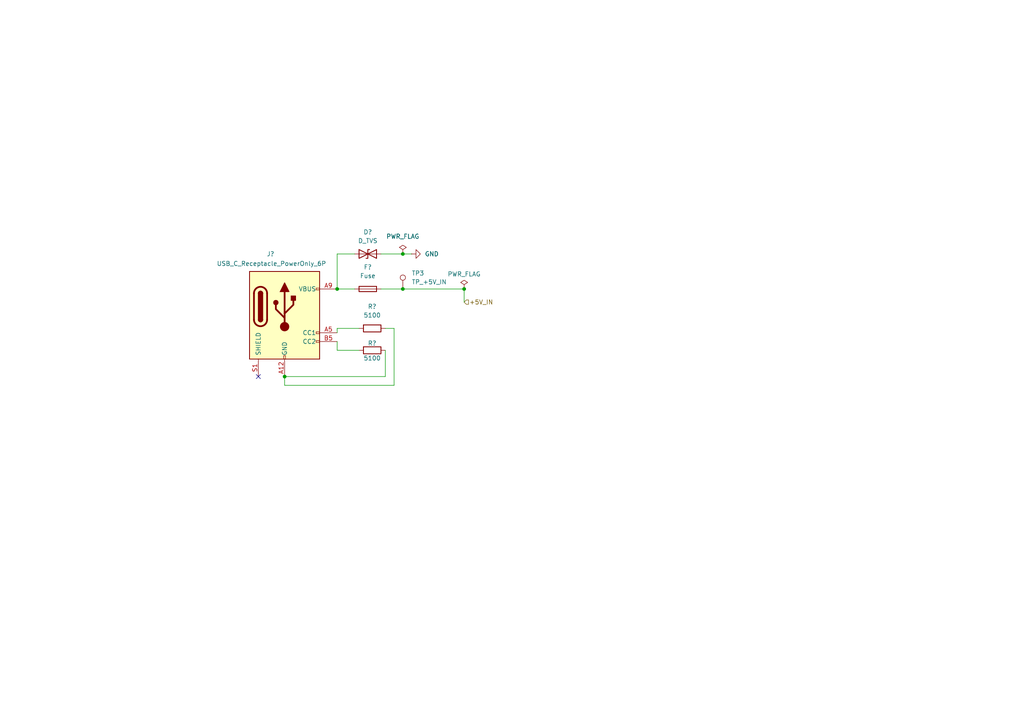
<source format=kicad_sch>
(kicad_sch (version 20250114) (generator "eeschema") (generator_version "9.0")
  (paper "A4")
  (lib_symbols
    (symbol "Connector:TestPoint" (pin_numbers (hide yes)) (pin_names (offset 0.762) (hide yes))
      (property "Reference" "TP" (at 0 6.858 0))
      (property "Value" "TestPoint" (at 0 5.08 0))
      (symbol "TestPoint_0_1"
        (circle (center 0 3.302) (radius 0.762))
      )
      (symbol "TestPoint_1_1"
        (pin passive line (at 0 0 90) (length 2.54) (name "1") (number "1"))
      )
    )
    (symbol "Connector:USB_C_Receptacle_PowerOnly_6P" (pin_names (offset 1.016))
      (property "Reference" "J" (at 0 16.51 0))
      (property "Value" "USB_C_Receptacle_PowerOnly_6P" (at 0 13.97 0))
      (symbol "USB_C_Receptacle_PowerOnly_6P_0_0"
        (rectangle (start -0.254 -12.7) (end 0.254 -11.684))
        (rectangle (start 10.16 7.874) (end 9.144 7.366))
        (rectangle (start 10.16 -4.826) (end 9.144 -5.334))
        (rectangle (start 10.16 -7.366) (end 9.144 -7.874))
      )
      (symbol "USB_C_Receptacle_PowerOnly_6P_0_1"
        (rectangle (start -10.16 12.7) (end 10.16 -12.7) (stroke (width 0.254)) (fill (type background)))
        (polyline (pts (xy -8.89 -1.27) (xy -8.89 6.35)) (stroke (width 0.508)))
        (rectangle (start -7.62 -1.27) (end -6.35 6.35) (stroke (width 0.254)) (fill (type outline)))
        (arc (start -7.62 6.35) (mid -6.985 6.9823) (end -6.35 6.35) (stroke (width 0.254)))
        (arc (start -7.62 6.35) (mid -6.985 6.9823) (end -6.35 6.35) (stroke (width 0.254)) (fill (type outline)))
        (arc (start -8.89 6.35) (mid -6.985 8.2467) (end -5.08 6.35) (stroke (width 0.508)))
        (arc (start -5.08 -1.27) (mid -6.985 -3.1667) (end -8.89 -1.27) (stroke (width 0.508)))
        (arc (start -6.35 -1.27) (mid -6.985 -1.9023) (end -7.62 -1.27) (stroke (width 0.254)))
        (arc (start -6.35 -1.27) (mid -6.985 -1.9023) (end -7.62 -1.27) (stroke (width 0.254)) (fill (type outline)))
        (polyline (pts (xy -5.08 6.35) (xy -5.08 -1.27)) (stroke (width 0.508)))
        (circle (center -2.54 3.683) (radius 0.635) (stroke (width 0.254)) (fill (type outline)))
        (polyline (pts (xy -1.27 6.858) (xy 0 9.398) (xy 1.27 6.858) (xy -1.27 6.858)) (stroke (width 0.254)) (fill (type outline)))
        (polyline (pts (xy 0 0.508) (xy 2.54 3.048) (xy 2.54 4.318)) (stroke (width 0.508)))
        (polyline (pts (xy 0 -0.762) (xy -2.54 1.778) (xy -2.54 3.048)) (stroke (width 0.508)))
        (polyline (pts (xy 0 -3.302) (xy 0 6.858)) (stroke (width 0.508)))
        (circle (center 0 -3.302) (radius 1.27) (fill (type outline)))
        (rectangle (start 1.905 4.318) (end 3.175 5.588) (stroke (width 0.254)) (fill (type outline)))
      )
      (symbol "USB_C_Receptacle_PowerOnly_6P_1_1"
        (pin passive line (at -7.62 -17.78 90) (length 5.08) (name "SHIELD") (number "S1"))
        (pin passive line (at 0 -17.78 90) (length 5.08) (name "GND") (number "A12"))
        (pin passive line (at 0 -17.78 90) (length 5.08) (hide yes) (name "GND") (number "B12"))
        (pin passive line (at 15.24 7.62 180) (length 5.08) (name "VBUS") (number "A9"))
        (pin passive line (at 15.24 7.62 180) (length 5.08) (hide yes) (name "VBUS") (number "B9"))
        (pin bidirectional line (at 15.24 -5.08 180) (length 5.08) (name "CC1") (number "A5"))
        (pin bidirectional line (at 15.24 -7.62 180) (length 5.08) (name "CC2") (number "B5"))
      )
    )
    (symbol "Device:D_TVS" (pin_numbers (hide yes)) (pin_names (offset 1.016) (hide yes))
      (property "Reference" "D" (at 0 2.54 0))
      (property "Value" "D_TVS" (at 0 -2.54 0))
      (symbol "D_TVS_0_1"
        (polyline (pts (xy -2.54 1.27) (xy -2.54 -1.27) (xy 2.54 1.27) (xy 2.54 -1.27) (xy -2.54 1.27)) (stroke (width 0.254)))
        (polyline (pts (xy 0.508 1.27) (xy 0 1.27) (xy 0 -1.27) (xy -0.508 -1.27)) (stroke (width 0.254)))
        (polyline (pts (xy 1.27 0) (xy -1.27 0)))
      )
      (symbol "D_TVS_1_1"
        (pin passive line (at -3.81 0 0) (length 2.54) (name "A1") (number "1"))
        (pin passive line (at 3.81 0 180) (length 2.54) (name "A2") (number "2"))
      )
    )
    (symbol "Device:Fuse" (pin_numbers (hide yes)) (pin_names (offset 0))
      (property "Reference" "F" (at 2.032 0 90))
      (property "Value" "Fuse" (at -1.905 0 90))
      (symbol "Fuse_0_1"
        (rectangle (start -0.762 -2.54) (end 0.762 2.54) (stroke (width 0.254)))
        (polyline (pts (xy 0 2.54) (xy 0 -2.54)))
      )
      (symbol "Fuse_1_1"
        (pin passive line (at 0 3.81 270) (length 1.27) (name "~") (number "1"))
        (pin passive line (at 0 -3.81 90) (length 1.27) (name "~") (number "2"))
      )
    )
    (symbol "Device:R" (pin_numbers (hide yes)) (pin_names (offset 0))
      (property "Reference" "R" (at 2.032 0 90))
      (property "Value" "R" (at 0 0 90))
      (symbol "R_0_1"
        (rectangle (start -1.016 -2.54) (end 1.016 2.54) (stroke (width 0.254)))
      )
      (symbol "R_1_1"
        (pin passive line (at 0 3.81 270) (length 1.27) (name "~") (number "1"))
        (pin passive line (at 0 -3.81 90) (length 1.27) (name "~") (number "2"))
      )
    )
    (symbol "power:GND" (power) (pin_numbers (hide yes)) (pin_names (offset 0) (hide yes))
      (property "Value" "GND" (at 0 -3.81 0))
      (symbol "GND_0_1"
        (polyline (pts (xy 0 0) (xy 0 -1.27) (xy 1.27 -1.27) (xy 0 -2.54) (xy -1.27 -1.27) (xy 0 -1.27)))
      )
      (symbol "GND_1_1"
        (pin power_in line (at 0 0 270) (length 0) (name "~") (number "1"))
      )
    )
    (symbol "power:PWR_FLAG" (power) (pin_numbers (hide yes)) (pin_names (offset 0) (hide yes))
      (property "Value" "PWR_FLAG" (at 0 3.81 0))
      (symbol "PWR_FLAG_0_0"
        (pin power_out line (at 0 0 90) (length 0) (name "~") (number "1"))
      )
      (symbol "PWR_FLAG_0_1"
        (polyline (pts (xy 0 0) (xy 0 1.27) (xy -1.016 1.905) (xy 0 2.54) (xy 1.016 1.905) (xy 0 1.27)))
      )
    )
  )
  (junction (at 82.55 109.22))
  (junction (at 116.84 73.66))
  (junction (at 116.84 83.82))
  (junction (at 134.62 83.82))
  (junction (at 97.79 83.82))
  (no_connect (at 74.93 109.22))
  (wire (pts (xy 97.79 96.52) (xy 97.79 95.25)))
  (wire (pts (xy 116.84 73.66) (xy 119.38 73.66)))
  (wire (pts (xy 82.55 109.22) (xy 82.55 111.76)))
  (wire (pts (xy 114.3 95.25) (xy 114.3 111.76)))
  (wire (pts (xy 116.84 83.82) (xy 134.62 83.82)))
  (wire (pts (xy 97.79 83.82) (xy 97.79 73.66)))
  (wire (pts (xy 110.49 73.66) (xy 116.84 73.66)))
  (wire (pts (xy 97.79 83.82) (xy 102.87 83.82)))
  (wire (pts (xy 97.79 99.06) (xy 97.79 101.6)))
  (wire (pts (xy 97.79 73.66) (xy 102.87 73.66)))
  (wire (pts (xy 82.55 109.22) (xy 111.76 109.22)))
  (wire (pts (xy 97.79 95.25) (xy 104.14 95.25)))
  (wire (pts (xy 97.79 101.6) (xy 104.14 101.6)))
  (wire (pts (xy 114.3 111.76) (xy 82.55 111.76)))
  (wire (pts (xy 134.62 83.82) (xy 134.62 87.63)))
  (wire (pts (xy 111.76 109.22) (xy 111.76 101.6)))
  (wire (pts (xy 111.76 95.25) (xy 114.3 95.25)))
  (wire (pts (xy 110.49 83.82) (xy 116.84 83.82)))
  (hierarchical_label "+5V_IN" (shape input) (at 134.62 87.63 0))
  (symbol (lib_id "power:PWR_FLAG") (at 116.84 73.66 0) (unit 1)
    (property "Reference" "#FLG01" (effects (hide yes)))
    (property "Value" "PWR_FLAG" (at 116.84 68.58 0))
    (property "Description" "Special symbol for telling ERC where power comes from" (effects (hide yes)))
  )
  (symbol (lib_id "Device:R") (at 107.95 95.25 90) (unit 1)
    (property "Reference" "R?" (at 107.95 88.9 90))
    (property "Value" "5100" (at 107.95 91.44 90))
    (property "Description" "Resistor" (effects (hide yes)))
  )
  (symbol (lib_id "Device:Fuse") (at 106.68 83.82 90) (unit 1)
    (property "Reference" "F?" (at 106.68 77.47 90))
    (property "Value" "Fuse" (at 106.68 80.01 90))
    (property "Description" "Fuse" (effects (hide yes)))
  )
  (symbol (lib_id "power:PWR_FLAG") (at 134.62 83.82 0) (unit 1)
    (property "Reference" "#FLG02" (effects (hide yes)))
    (property "Value" "PWR_FLAG" (at 134.62 79.502 0))
    (property "Description" "Special symbol for telling ERC where power comes from" (effects (hide yes)))
  )
  (symbol (lib_id "Device:R") (at 107.95 101.6 90) (unit 1)
    (property "Reference" "R?" (at 107.95 99.568 90))
    (property "Value" "5100" (at 107.95 103.886 90))
    (property "Description" "Resistor" (effects (hide yes)))
  )
  (symbol (lib_id "Connector:USB_C_Receptacle_PowerOnly_6P") (at 82.55 91.44 0) (unit 1)
    (property "Reference" "J?" (at 78.486 73.66 0))
    (property "Value" "USB_C_Receptacle_PowerOnly_6P" (at 78.74 76.454 0))
    (property "Datasheet" "https://www.usb.org/sites/default/files/documents/usb_type-c.zip" (effects (hide yes)))
    (property "Description" "USB Power-Only 6P Type-C Receptacle connector" (effects (hide yes)))
  )
  (symbol (lib_id "Device:D_TVS") (at 106.68 73.66 0) (unit 1)
    (property "Reference" "D?" (at 106.68 67.31 0))
    (property "Value" "D_TVS" (at 106.68 69.85 0))
    (property "Description" "Bidirectional transient-voltage-suppression diode" (effects (hide yes)))
  )
  (symbol (lib_id "Connector:TestPoint") (at 116.84 83.82 0) (unit 1)
    (property "Reference" "TP3" (at 119.38 79.2479 0) (effects (justify left)))
    (property "Value" "TP_+5V_IN" (at 119.38 81.7879 0) (effects (justify left)))
    (property "Description" "test point" (effects (hide yes)))
  )
  (symbol (lib_id "power:GND") (at 119.38 73.66 90) (unit 1)
    (property "Reference" "#PWR?" (effects (hide yes)))
    (property "Value" "GND" (at 123.19 73.6599 90) (effects (justify right)))
    (property "Description" "Power symbol creates a global label with name \"GND\" , ground" (effects (hide yes)))
  )
)
</source>
